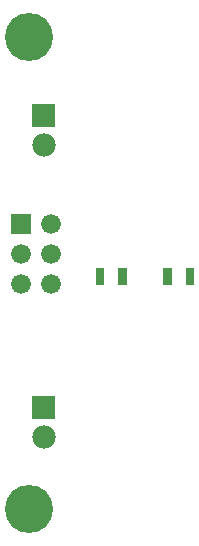
<source format=gbr>
G04 start of page 7 for group -4062 idx -4062 *
G04 Title: (unknown), soldermask *
G04 Creator: pcb 4.2.2 *
G04 CreationDate: Sat Aug  8 01:25:40 2020 UTC *
G04 For: harold *
G04 Format: Gerber/RS-274X *
G04 PCB-Dimensions (mil): 6000.00 5000.00 *
G04 PCB-Coordinate-Origin: lower left *
%MOIN*%
%FSLAX25Y25*%
%LNBOTTOMMASK*%
%ADD48C,0.1600*%
%ADD47C,0.0780*%
%ADD46C,0.0660*%
%ADD45C,0.0001*%
G54D45*G36*
X123600Y352562D02*Y344762D01*
X131400D01*
Y352562D01*
X123600D01*
G37*
G36*
X116700Y315800D02*Y309200D01*
X123300D01*
Y315800D01*
X116700D01*
G37*
G54D46*X130000Y312500D03*
X120000Y302500D03*
X130000D03*
X120000Y292500D03*
X130000D03*
G54D47*X127500Y338819D03*
G54D45*G36*
X123600Y255219D02*Y247419D01*
X131400D01*
Y255219D01*
X123600D01*
G37*
G54D47*X127500Y241476D03*
G54D48*X122500Y375000D03*
Y217520D03*
G54D45*G36*
X147637Y297757D02*X144877D01*
Y292243D01*
X147637D01*
Y297757D01*
G37*
G36*
X155123D02*X152363D01*
Y292243D01*
X155123D01*
Y297757D01*
G37*
G36*
X170137D02*X167377D01*
Y292243D01*
X170137D01*
Y297757D01*
G37*
G36*
X177623D02*X174863D01*
Y292243D01*
X177623D01*
Y297757D01*
G37*
M02*

</source>
